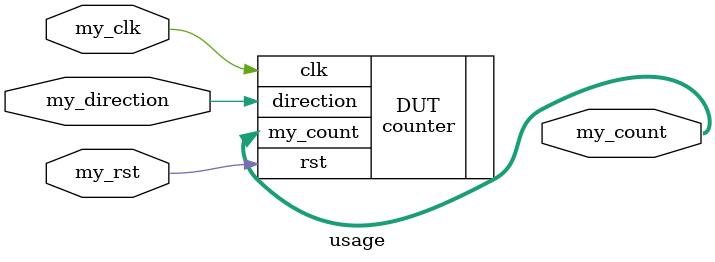
<source format=v>
`timescale 1ns / 1ps
module usage(my_clk, my_rst, my_direction, my_count);

input my_clk, my_rst, my_direction;
output [3:0] my_count;

// you can use counter module as follow, this module should be reset at beginning, after that it counts by rising edge of clk
// this counter could count upward and downward depending on direction signal, 0 -> upward and 1 -> downward

counter DUT(
    .clk(my_clk),
    .rst(my_rst),
    .direction(my_direction),
    .my_count(my_count));


endmodule

</source>
